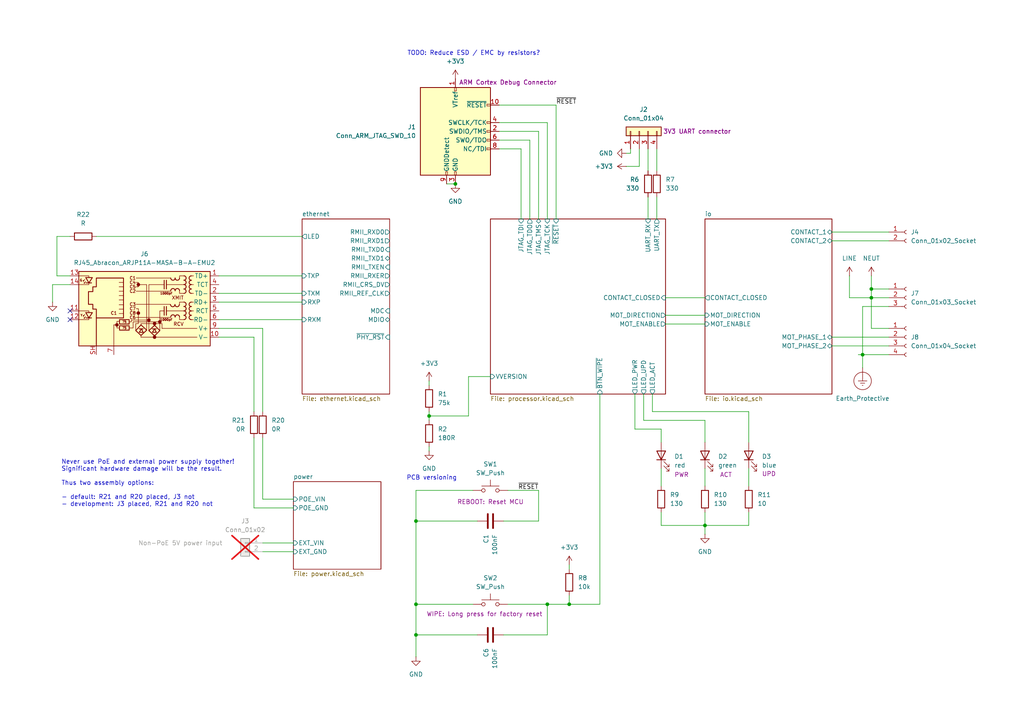
<source format=kicad_sch>
(kicad_sch (version 20250114) (generator "eeschema") (generator_version "9.0")
  (paper "A4")
  (title_block (title "iot-contact"))
  (lib_symbols
    (symbol "Connector:Conn_01x02_Socket" (pin_names (offset 1.016) (hide yes))
      (property "Reference" "J" (at 0 2.54 0))
      (property "Value" "Conn_01x02_Socket" (at 0 -5.08 0))
      (symbol "Conn_01x02_Socket_1_1"
        (polyline (pts (xy -1.27 0) (xy -0.508 0)) (stroke (width 0.1524)))
        (polyline (pts (xy -1.27 -2.54) (xy -0.508 -2.54)) (stroke (width 0.1524)))
        (arc (start 0 -0.508) (mid -0.5058 0) (end 0 0.508) (stroke (width 0.1524)))
        (arc (start 0 -3.048) (mid -0.5058 -2.54) (end 0 -2.032) (stroke (width 0.1524)))
        (pin passive line (at -5.08 0 0) (length 3.81) (name "Pin_1") (number "1"))
        (pin passive line (at -5.08 -2.54 0) (length 3.81) (name "Pin_2") (number "2"))
      )
    )
    (symbol "Connector:Conn_01x03_Socket" (pin_names (offset 1.016) (hide yes))
      (property "Reference" "J" (at 0 5.08 0))
      (property "Value" "Conn_01x03_Socket" (at 0 -5.08 0))
      (symbol "Conn_01x03_Socket_1_1"
        (polyline (pts (xy -1.27 2.54) (xy -0.508 2.54)) (stroke (width 0.1524)))
        (polyline (pts (xy -1.27 0) (xy -0.508 0)) (stroke (width 0.1524)))
        (polyline (pts (xy -1.27 -2.54) (xy -0.508 -2.54)) (stroke (width 0.1524)))
        (arc (start 0 2.032) (mid -0.5058 2.54) (end 0 3.048) (stroke (width 0.1524)))
        (arc (start 0 -0.508) (mid -0.5058 0) (end 0 0.508) (stroke (width 0.1524)))
        (arc (start 0 -3.048) (mid -0.5058 -2.54) (end 0 -2.032) (stroke (width 0.1524)))
        (pin passive line (at -5.08 2.54 0) (length 3.81) (name "Pin_1") (number "1"))
        (pin passive line (at -5.08 0 0) (length 3.81) (name "Pin_2") (number "2"))
        (pin passive line (at -5.08 -2.54 0) (length 3.81) (name "Pin_3") (number "3"))
      )
    )
    (symbol "Connector:Conn_01x04_Socket" (pin_names (offset 1.016) (hide yes))
      (property "Reference" "J" (at 0 5.08 0))
      (property "Value" "Conn_01x04_Socket" (at 0 -7.62 0))
      (symbol "Conn_01x04_Socket_1_1"
        (polyline (pts (xy -1.27 2.54) (xy -0.508 2.54)) (stroke (width 0.1524)))
        (polyline (pts (xy -1.27 0) (xy -0.508 0)) (stroke (width 0.1524)))
        (polyline (pts (xy -1.27 -2.54) (xy -0.508 -2.54)) (stroke (width 0.1524)))
        (polyline (pts (xy -1.27 -5.08) (xy -0.508 -5.08)) (stroke (width 0.1524)))
        (arc (start 0 2.032) (mid -0.5058 2.54) (end 0 3.048) (stroke (width 0.1524)))
        (arc (start 0 -0.508) (mid -0.5058 0) (end 0 0.508) (stroke (width 0.1524)))
        (arc (start 0 -3.048) (mid -0.5058 -2.54) (end 0 -2.032) (stroke (width 0.1524)))
        (arc (start 0 -5.588) (mid -0.5058 -5.08) (end 0 -4.572) (stroke (width 0.1524)))
        (pin passive line (at -5.08 2.54 0) (length 3.81) (name "Pin_1") (number "1"))
        (pin passive line (at -5.08 0 0) (length 3.81) (name "Pin_2") (number "2"))
        (pin passive line (at -5.08 -2.54 0) (length 3.81) (name "Pin_3") (number "3"))
        (pin passive line (at -5.08 -5.08 0) (length 3.81) (name "Pin_4") (number "4"))
      )
    )
    (symbol "Connector:Conn_ARM_JTAG_SWD_10" (pin_names (offset 1.016))
      (property "Reference" "J" (at -2.54 16.51 0))
      (property "Value" "Conn_ARM_JTAG_SWD_10" (at -2.54 13.97 0))
      (symbol "Conn_ARM_JTAG_SWD_10_0_1"
        (rectangle (start -10.16 12.7) (end 10.16 -12.7) (stroke (width 0.254)) (fill (type background)))
        (rectangle (start -2.794 -12.7) (end -2.286 -11.684))
        (rectangle (start -0.254 12.7) (end 0.254 11.684))
        (rectangle (start -0.254 -12.7) (end 0.254 -11.684))
        (rectangle (start 9.144 2.286) (end 10.16 2.794))
        (rectangle (start 10.16 7.874) (end 9.144 7.366))
        (rectangle (start 10.16 -0.254) (end 9.144 0.254))
        (rectangle (start 10.16 -2.794) (end 9.144 -2.286))
      )
      (symbol "Conn_ARM_JTAG_SWD_10_1_1"
        (rectangle (start 9.144 -5.334) (end 10.16 -4.826))
        (pin no_connect line (at -10.16 0 0) (length 2.54) (hide yes) (name "KEY") (number "7"))
        (pin passive line (at -2.54 -15.24 90) (length 2.54) (name "GNDDetect") (number "9"))
        (pin power_in line (at 0 15.24 270) (length 2.54) (name "VTref") (number "1"))
        (pin power_in line (at 0 -15.24 90) (length 2.54) (name "GND") (number "3"))
        (pin passive line (at 0 -15.24 90) (length 2.54) (hide yes) (name "GND") (number "5"))
        (pin open_collector line (at 12.7 7.62 180) (length 2.54) (name "~{RESET}") (number "10"))
        (pin output line (at 12.7 2.54 180) (length 2.54) (name "SWCLK/TCK") (number "4"))
        (pin bidirectional line (at 12.7 0 180) (length 2.54) (name "SWDIO/TMS") (number "2"))
        (pin input line (at 12.7 -2.54 180) (length 2.54) (name "SWO/TDO") (number "6"))
        (pin output line (at 12.7 -5.08 180) (length 2.54) (name "NC/TDI") (number "8"))
      )
    )
    (symbol "Connector:RJ45_Abracon_ARJP11A-MASA-B-A-EMU2"
      (property "Reference" "J" (at 18.415 12.7 0))
      (property "Value" "RJ45_Abracon_ARJP11A-MASA-B-A-EMU2" (at -4.445 12.7 0))
      (symbol "RJ45_Abracon_ARJP11A-MASA-B-A-EMU2_0_0"
        (polyline (pts (xy -5.08 8.89) (xy -5.08 6.35)) (stroke (width 0.254)))
        (polyline (pts (xy -5.08 1.27) (xy -5.08 -1.27)) (stroke (width 0.254)))
        (polyline (pts (xy -4.445 8.89) (xy -4.445 6.35)) (stroke (width 0.254)))
        (polyline (pts (xy -4.445 1.27) (xy -4.445 -1.27)) (stroke (width 0.254)))
        (circle (center -3.175 -3.175) (radius 0.0001) (stroke (width 0.508)))
        (circle (center -1.651 -3.683) (radius 0.0001) (stroke (width 0.508)))
        (circle (center -1.651 -7.62) (radius 0.0001) (stroke (width 0.508)))
        (circle (center 0 -2.667) (radius 0.0001) (stroke (width 0.508)))
        (circle (center 3.048 7.62) (radius 0.0001) (stroke (width 0.508)))
        (circle (center 3.048 -0.635) (radius 0.0001) (stroke (width 0.508)))
        (polyline (pts (xy 3.683 8.255) (xy 3.048 8.255) (xy 3.048 6.985) (xy 3.683 6.985)))
        (polyline (pts (xy 3.683 0.635) (xy 3.048 0.635) (xy 3.048 -0.635) (xy 3.683 -0.635)))
        (polyline (pts (xy 8.636 -4.953) (xy 9.271 -4.953) (xy 9.271 -3.048) (xy 8.636 -3.048)))
        (polyline (pts (xy 9.271 -4.064) (xy 10.16 -4.064)))
        (circle (center 9.271 -4.064) (radius 0.0001) (stroke (width 0.508)))
        (polyline (pts (xy 17.399 9.652) (xy 17.399 10.16) (xy 20.32 10.16)))
        (polyline (pts (xy 17.399 -0.508) (xy 17.399 0) (xy 20.32 0)))
        (polyline (pts (xy 20.32 7.62) (xy 17.399 7.62) (xy 17.399 8.128)))
        (polyline (pts (xy 20.32 -2.54) (xy 17.399 -2.54) (xy 17.399 -2.032)))
        (text "XMIT" (at -10.16 3.81 0) (effects (font (size 1.016 1.016)) (justify left)))
        (text "RCV" (at -10.16 -3.81 0) (effects (font (size 1.016 1.016)) (justify left)))
        (text "C1" (at 4.699 9.525 0) (effects (font (size 0.889 0.889))))
        (text "C4" (at 4.699 8.255 0) (effects (font (size 0.889 0.889))))
        (text "C5" (at 4.699 6.985 0) (effects (font (size 0.889 0.889))))
        (text "C2" (at 4.699 5.715 0) (effects (font (size 0.889 0.889))))
        (text "C3" (at 4.699 1.905 0) (effects (font (size 0.889 0.889))))
        (text "C7" (at 4.699 0.635 0) (effects (font (size 0.889 0.889))))
        (text "C8" (at 4.699 -0.635 0) (effects (font (size 0.889 0.889))))
        (text "C6" (at 4.699 -1.905 0) (effects (font (size 0.889 0.889))))
        (text "C1" (at 10.16 -0.635 0) (effects (font (size 0.889 0.889))))
      )
      (symbol "RJ45_Abracon_ARJP11A-MASA-B-A-EMU2_0_1"
        (rectangle (start -17.78 11.43) (end 20.32 -10.16) (stroke (width 0.254)) (fill (type background)))
        (polyline (pts (xy -12.3163 10.16) (xy -12.9513 10.16)))
        (polyline (pts (xy -12.3163 7.62) (xy -12.9513 7.62)))
        (polyline (pts (xy -12.3163 5.08) (xy -12.9513 5.08)))
        (polyline (pts (xy -12.3163 2.54) (xy -12.9513 2.54)))
        (polyline (pts (xy -12.3163 0) (xy -12.9513 0)))
        (polyline (pts (xy -12.3163 -2.54) (xy -12.9513 -2.54)))
        (polyline (pts (xy -10.16 10.16) (xy -8.89 10.16) (xy -8.89 9.525)))
        (polyline (pts (xy -10.16 2.54) (xy -8.89 2.54) (xy -8.89 1.905)))
        (polyline (pts (xy -8.89 5.715) (xy -8.89 5.08) (xy -10.16 5.08)))
        (polyline (pts (xy -8.89 -1.905) (xy -8.89 -2.54) (xy -10.16 -2.54)))
        (polyline (pts (xy -6.35 9.525) (xy 3.683 9.525)))
        (polyline (pts (xy -6.35 5.715) (xy 3.683 5.715)))
        (polyline (pts (xy -6.35 -1.905) (xy 3.683 -1.905)))
        (polyline (pts (xy -6.223 1.905) (xy 3.683 1.905)))
        (polyline (pts (xy -5.08 7.62) (xy -10.16 7.62)))
        (polyline (pts (xy -5.08 0) (xy -10.16 0)))
        (polyline (pts (xy -4.445 7.62) (xy 0 7.62) (xy 0 -5.715)))
        (polyline (pts (xy -4.445 0) (xy -3.175 0) (xy -3.175 -5.715)))
        (polyline (pts (xy 7.366 5.715) (xy 8.636 5.715)))
        (polyline (pts (xy 7.366 4.445) (xy 8.636 4.445)))
        (polyline (pts (xy 7.366 3.175) (xy 8.636 3.175)))
        (polyline (pts (xy 7.366 1.778) (xy 8.636 1.778)))
        (polyline (pts (xy 7.366 0.508) (xy 8.636 0.508)))
        (polyline (pts (xy 8.636 8.255) (xy 7.366 8.255)))
        (polyline (pts (xy 8.636 6.985) (xy 7.366 6.985)))
        (polyline (pts (xy 8.636 -0.762) (xy 7.366 -0.762)))
      )
      (symbol "RJ45_Abracon_ARJP11A-MASA-B-A-EMU2_1_0"
        (text "1000pF" (at -5.08 5.08 0) (effects (font (size 0.635 0.635))))
        (text "1000pF" (at -5.08 -2.54 0) (effects (font (size 0.635 0.635))))
      )
      (symbol "RJ45_Abracon_ARJP11A-MASA-B-A-EMU2_1_1"
        (polyline (pts (xy -13.97 -5.08) (xy -3.81 -5.08)))
        (polyline (pts (xy -13.97 -7.62) (xy 2.286 -7.62)))
        (arc (start -12.3163 2.54) (mid -11.684 1.905) (end -12.3163 1.27) (stroke (width 0.254)))
        (arc (start -12.3136 10.16) (mid -11.6813 9.525) (end -12.3136 8.89) (stroke (width 0.254)))
        (arc (start -12.3136 1.27) (mid -11.6813 0.635) (end -12.3136 0) (stroke (width 0.254)))
        (arc (start -12.3136 0) (mid -11.6813 -0.635) (end -12.3136 -1.27) (stroke (width 0.254)))
        (arc (start -12.3136 -1.27) (mid -11.6813 -1.905) (end -12.3136 -2.54) (stroke (width 0.254)))
        (arc (start -12.3109 8.89) (mid -11.6786 8.255) (end -12.3109 7.62) (stroke (width 0.254)))
        (arc (start -12.3109 7.62) (mid -11.6786 6.985) (end -12.3109 6.35) (stroke (width 0.254)))
        (arc (start -12.3109 6.35) (mid -11.6786 5.715) (end -12.3109 5.08) (stroke (width 0.254)))
        (arc (start -10.1654 8.89) (mid -10.7977 9.525) (end -10.1654 10.16) (stroke (width 0.254)))
        (arc (start -10.1654 7.62) (mid -10.7977 8.255) (end -10.1654 8.89) (stroke (width 0.254)))
        (arc (start -10.1654 6.35) (mid -10.7977 6.985) (end -10.1654 7.62) (stroke (width 0.254)))
        (arc (start -10.1654 1.27) (mid -10.7977 1.905) (end -10.1654 2.54) (stroke (width 0.254)))
        (arc (start -10.1654 0) (mid -10.7977 0.635) (end -10.1654 1.27) (stroke (width 0.254)))
        (arc (start -10.1654 -1.27) (mid -10.7977 -0.635) (end -10.1654 0) (stroke (width 0.254)))
        (arc (start -10.1627 5.08) (mid -10.795 5.715) (end -10.1627 6.35) (stroke (width 0.254)))
        (arc (start -10.1627 -2.54) (mid -10.795 -1.905) (end -10.1627 -1.27) (stroke (width 0.254)))
        (arc (start -7.62 9.5223) (mid -8.255 8.89) (end -8.89 9.5223) (stroke (width 0.254)))
        (arc (start -8.89 5.8447) (mid -8.255 6.477) (end -7.62 5.8447) (stroke (width 0.254)))
        (arc (start -8.89 -1.7753) (mid -8.255 -1.143) (end -7.62 -1.7753) (stroke (width 0.254)))
        (arc (start -7.5565 1.8388) (mid -8.1915 1.2065) (end -8.8265 1.8388) (stroke (width 0.254)))
        (arc (start -6.35 9.525) (mid -6.985 8.8927) (end -7.62 9.525) (stroke (width 0.254)))
        (arc (start -7.62 5.8474) (mid -6.985 6.4797) (end -6.35 5.8474) (stroke (width 0.254)))
        (arc (start -7.62 -1.7726) (mid -6.985 -1.1403) (end -6.35 -1.7726) (stroke (width 0.254)))
        (arc (start -6.2865 1.8415) (mid -6.9215 1.2092) (end -7.5565 1.8415) (stroke (width 0.254)))
        (polyline (pts (xy -3.81 -5.08) (xy -3.81 -3.683) (xy -1.651 -3.683)))
        (polyline (pts (xy -2.159 -5.207) (xy -1.016 -5.207)) (stroke (width 0.254)))
        (polyline (pts (xy -2.159 -6.223) (xy -1.016 -6.223) (xy -1.651 -5.207) (xy -2.159 -6.223)) (stroke (width 0.254)))
        (polyline (pts (xy -1.905 -3.683) (xy -1.651 -3.683) (xy -1.651 -4.191)))
        (polyline (pts (xy -1.651 -3.683) (xy 2.286 -3.683) (xy 2.286 -4.064)))
        (polyline (pts (xy -1.651 -4.191) (xy -3.175 -5.715) (xy -1.651 -7.239) (xy 0 -5.715) (xy -1.651 -4.191)) (stroke (width 0.254)))
        (polyline (pts (xy -1.651 -7.239) (xy -1.651 -7.493)))
        (polyline (pts (xy 1.651 -5.207) (xy 2.794 -5.207)) (stroke (width 0.254)))
        (polyline (pts (xy 1.651 -6.223) (xy 2.794 -6.223) (xy 2.159 -5.207) (xy 1.651 -6.223)) (stroke (width 0.254)))
        (polyline (pts (xy 2.286 -4.064) (xy 0.635 -5.588) (xy 2.286 -7.112) (xy 3.81 -5.715) (xy 2.286 -4.064)) (stroke (width 0.254)))
        (polyline (pts (xy 2.286 -7.112) (xy 2.286 -7.62)))
        (polyline (pts (xy 3.048 7.62) (xy 0.635 7.62) (xy 0.635 -5.588)))
        (polyline (pts (xy 3.048 -0.508) (xy 3.048 -3.683) (xy 3.81 -3.683) (xy 3.81 -5.715)))
        (polyline (pts (xy 5.715 -3.175) (xy 5.08 -3.175) (xy 5.08 -2.667) (xy 0 -2.667)))
        (polyline (pts (xy 5.715 -4.953) (xy 4.572 -4.953) (xy 4.572 -3.175) (xy -3.175 -3.175)))
        (polyline (pts (xy 7.366 -2.032) (xy 7.366 9.525) (xy 15.24 9.525) (xy 15.24 6.985) (xy 16.256 6.985) (xy 16.256 5.588) (xy 17.526 5.588) (xy 17.526 1.905) (xy 16.256 1.905) (xy 16.256 0.508) (xy 15.24 0.508) (xy 15.24 -2.032) (xy 7.366 -2.032)) (stroke (width 0.254)))
        (rectangle (start 8.509 -3.81) (end 5.715 -2.54) (stroke (width 0.254)))
        (rectangle (start 8.509 -5.588) (end 5.715 -4.318) (stroke (width 0.254)))
        (polyline (pts (xy 10.16 -4.064) (xy 10.16 -10.16)))
        (polyline (pts (xy 15.24 -10.16) (xy 15.24 -2.032)) (stroke (width 0.254)))
        (polyline (pts (xy 18.161 8.128) (xy 16.637 8.128)) (stroke (width 0.254)))
        (polyline (pts (xy 18.161 -2.032) (xy 16.637 -2.032)) (stroke (width 0.254)))
        (polyline (pts (xy 18.288 9.652) (xy 16.383 9.652) (xy 17.399 8.128) (xy 18.288 9.652)) (stroke (width 0.254)))
        (polyline (pts (xy 18.288 8.509) (xy 18.796 8.001) (xy 18.542 8.001)))
        (polyline (pts (xy 18.288 -0.508) (xy 16.383 -0.508) (xy 17.399 -2.032) (xy 18.288 -0.508)) (stroke (width 0.254)))
        (polyline (pts (xy 18.288 -1.651) (xy 18.796 -2.159) (xy 18.542 -2.159)))
        (polyline (pts (xy 18.542 9.144) (xy 19.05 8.636) (xy 18.796 8.636)))
        (polyline (pts (xy 18.542 -1.016) (xy 19.05 -1.524) (xy 18.796 -1.524)))
        (polyline (pts (xy 18.796 8.001) (xy 18.796 8.255)))
        (polyline (pts (xy 18.796 -2.159) (xy 18.796 -1.905)))
        (polyline (pts (xy 19.05 8.636) (xy 19.05 8.89)))
        (polyline (pts (xy 19.05 -1.524) (xy 19.05 -1.27)))
        (text "75" (at 7.112 -3.175 0) (effects (font (size 0.635 0.635))))
        (text "75" (at 7.112 -4.953 0) (effects (font (size 0.635 0.635))))
        (text "Y" (at 19.558 -1.27 0) (effects (font (size 0.635 0.635))))
        (text "G" (at 19.685 8.89 0) (effects (font (size 0.635 0.635))))
        (pin passive line (at -20.32 10.16 0) (length 2.54) (name "TD+") (number "1"))
        (pin passive line (at -20.32 7.62 0) (length 2.54) (name "TCT") (number "4"))
        (pin passive line (at -20.32 5.08 0) (length 2.54) (name "TD-") (number "2"))
        (pin passive line (at -20.32 2.54 0) (length 2.54) (name "RD+") (number "3"))
        (pin passive line (at -20.32 0 0) (length 2.54) (name "RCT") (number "5"))
        (pin passive line (at -20.32 -2.54 0) (length 2.54) (name "RD-") (number "6"))
        (pin power_out line (at -20.32 -5.08 0) (length 2.54) (name "V+") (number "9"))
        (pin power_out line (at -20.32 -7.62 0) (length 2.54) (name "V-") (number "10"))
        (pin power_in line (at 10.16 -12.7 90) (length 2.54) (name "") (number "7"))
        (pin passive line (at 15.24 -12.7 90) (length 2.54) (name "") (number "SH"))
        (pin no_connect line (at 20.32 5.08 0) (length 0) (hide yes) (name "NC") (number "8"))
        (pin passive line (at 22.86 10.16 180) (length 2.54) (name "") (number "13"))
        (pin passive line (at 22.86 7.62 180) (length 2.54) (name "") (number "14"))
        (pin passive line (at 22.86 0 180) (length 2.54) (name "") (number "11"))
        (pin passive line (at 22.86 -2.54 180) (length 2.54) (name "") (number "12"))
      )
    )
    (symbol "Connector_Generic:Conn_01x02" (pin_names (offset 1.016) (hide yes))
      (property "Reference" "J" (at 0 2.54 0))
      (property "Value" "Conn_01x02" (at 0 -5.08 0))
      (symbol "Conn_01x02_1_1"
        (rectangle (start -1.27 1.27) (end 1.27 -3.81) (stroke (width 0.254)) (fill (type background)))
        (rectangle (start -1.27 0.127) (end 0 -0.127) (stroke (width 0.1524)))
        (rectangle (start -1.27 -2.413) (end 0 -2.667) (stroke (width 0.1524)))
        (pin passive line (at -5.08 0 0) (length 3.81) (name "Pin_1") (number "1"))
        (pin passive line (at -5.08 -2.54 0) (length 3.81) (name "Pin_2") (number "2"))
      )
    )
    (symbol "Connector_Generic:Conn_01x04" (pin_names (offset 1.016) (hide yes))
      (property "Reference" "J" (at 0 5.08 0))
      (property "Value" "Conn_01x04" (at 0 -7.62 0))
      (symbol "Conn_01x04_1_1"
        (rectangle (start -1.27 3.81) (end 1.27 -6.35) (stroke (width 0.254)) (fill (type background)))
        (rectangle (start -1.27 2.667) (end 0 2.413) (stroke (width 0.1524)))
        (rectangle (start -1.27 0.127) (end 0 -0.127) (stroke (width 0.1524)))
        (rectangle (start -1.27 -2.413) (end 0 -2.667) (stroke (width 0.1524)))
        (rectangle (start -1.27 -4.953) (end 0 -5.207) (stroke (width 0.1524)))
        (pin passive line (at -5.08 2.54 0) (length 3.81) (name "Pin_1") (number "1"))
        (pin passive line (at -5.08 0 0) (length 3.81) (name "Pin_2") (number "2"))
        (pin passive line (at -5.08 -2.54 0) (length 3.81) (name "Pin_3") (number "3"))
        (pin passive line (at -5.08 -5.08 0) (length 3.81) (name "Pin_4") (number "4"))
      )
    )
    (symbol "Device:C" (pin_numbers (hide yes)) (pin_names (offset 0.254))
      (property "Reference" "C" (at 0.635 2.54 0))
      (property "Value" "C" (at 0.635 -2.54 0))
      (symbol "C_0_1"
        (polyline (pts (xy -2.032 0.762) (xy 2.032 0.762)) (stroke (width 0.508)))
        (polyline (pts (xy -2.032 -0.762) (xy 2.032 -0.762)) (stroke (width 0.508)))
      )
      (symbol "C_1_1"
        (pin passive line (at 0 3.81 270) (length 2.794) (name "~") (number "1"))
        (pin passive line (at 0 -3.81 90) (length 2.794) (name "~") (number "2"))
      )
    )
    (symbol "Device:LED" (pin_numbers (hide yes)) (pin_names (offset 1.016) (hide yes))
      (property "Reference" "D" (at 0 2.54 0))
      (property "Value" "LED" (at 0 -2.54 0))
      (symbol "LED_0_1"
        (polyline (pts (xy -3.048 -0.762) (xy -4.572 -2.286) (xy -3.81 -2.286) (xy -4.572 -2.286) (xy -4.572 -1.524)))
        (polyline (pts (xy -1.778 -0.762) (xy -3.302 -2.286) (xy -2.54 -2.286) (xy -3.302 -2.286) (xy -3.302 -1.524)))
        (polyline (pts (xy -1.27 0) (xy 1.27 0)))
        (polyline (pts (xy -1.27 -1.27) (xy -1.27 1.27)) (stroke (width 0.254)))
        (polyline (pts (xy 1.27 -1.27) (xy 1.27 1.27) (xy -1.27 0) (xy 1.27 -1.27)) (stroke (width 0.254)))
      )
      (symbol "LED_1_1"
        (pin passive line (at -3.81 0 0) (length 2.54) (name "K") (number "1"))
        (pin passive line (at 3.81 0 180) (length 2.54) (name "A") (number "2"))
      )
    )
    (symbol "Device:R" (pin_numbers (hide yes)) (pin_names (offset 0))
      (property "Reference" "R" (at 2.032 0 90))
      (property "Value" "R" (at 0 0 90))
      (symbol "R_0_1"
        (rectangle (start -1.016 -2.54) (end 1.016 2.54) (stroke (width 0.254)))
      )
      (symbol "R_1_1"
        (pin passive line (at 0 3.81 270) (length 1.27) (name "~") (number "1"))
        (pin passive line (at 0 -3.81 90) (length 1.27) (name "~") (number "2"))
      )
    )
    (symbol "Switch:SW_Push" (pin_numbers (hide yes)) (pin_names (offset 1.016) (hide yes))
      (property "Reference" "SW" (at 1.27 2.54 0))
      (property "Value" "SW_Push" (at 0 -1.524 0))
      (symbol "SW_Push_0_1"
        (circle (center -2.032 0) (radius 0.508))
        (polyline (pts (xy 0 1.27) (xy 0 3.048)))
        (circle (center 2.032 0) (radius 0.508))
        (polyline (pts (xy 2.54 1.27) (xy -2.54 1.27)))
        (pin passive line (at -5.08 0 0) (length 2.54) (name "1") (number "1"))
        (pin passive line (at 5.08 0 180) (length 2.54) (name "2") (number "2"))
      )
    )
    (symbol "power:+3V3" (power) (pin_numbers (hide yes)) (pin_names (offset 0) (hide yes))
      (property "Value" "+3V3" (at 0 3.556 0))
      (symbol "+3V3_0_1"
        (polyline (pts (xy -0.762 1.27) (xy 0 2.54)))
        (polyline (pts (xy 0 2.54) (xy 0.762 1.27)))
        (polyline (pts (xy 0 0) (xy 0 2.54)))
      )
      (symbol "+3V3_1_1"
        (pin power_in line (at 0 0 90) (length 0) (name "~") (number "1"))
      )
    )
    (symbol "power:Earth_Protective" (power) (pin_numbers (hide yes)) (pin_names (offset 0) (hide yes))
      (property "Value" "Earth_Protective" (at 0 -7.62 0))
      (symbol "Earth_Protective_0_1"
        (polyline (pts (xy -0.635 -4.445) (xy 0.635 -4.445)))
        (polyline (pts (xy -0.127 -5.08) (xy 0.127 -5.08)))
        (polyline (pts (xy 0 -3.81) (xy 0 0)))
        (circle (center 0 -3.81) (radius 2.54))
        (polyline (pts (xy 1.27 -3.81) (xy -1.27 -3.81)))
      )
      (symbol "Earth_Protective_1_1"
        (pin power_in line (at 0 0 270) (length 0) (name "~") (number "1"))
      )
    )
    (symbol "power:GND" (power) (pin_numbers (hide yes)) (pin_names (offset 0) (hide yes))
      (property "Value" "GND" (at 0 -3.81 0))
      (symbol "GND_0_1"
        (polyline (pts (xy 0 0) (xy 0 -1.27) (xy 1.27 -1.27) (xy 0 -2.54) (xy -1.27 -1.27) (xy 0 -1.27)))
      )
      (symbol "GND_1_1"
        (pin power_in line (at 0 0 270) (length 0) (name "~") (number "1"))
      )
    )
    (symbol "power:LINE" (power) (pin_numbers (hide yes)) (pin_names (offset 0) (hide yes))
      (property "Value" "LINE" (at 0 3.556 0))
      (symbol "LINE_0_1"
        (polyline (pts (xy -0.762 1.27) (xy 0 2.54)))
        (polyline (pts (xy 0 2.54) (xy 0.762 1.27)))
        (polyline (pts (xy 0 0) (xy 0 2.54)))
      )
      (symbol "LINE_1_1"
        (pin power_in line (at 0 0 90) (length 0) (name "~") (number "1"))
      )
    )
    (symbol "power:NEUT" (power) (pin_numbers (hide yes)) (pin_names (offset 0) (hide yes))
      (property "Value" "NEUT" (at 0 3.556 0))
      (symbol "NEUT_0_1"
        (polyline (pts (xy -0.762 1.27) (xy 0 2.54)))
        (polyline (pts (xy 0 2.54) (xy 0.762 1.27)))
        (polyline (pts (xy 0 0) (xy 0 2.54)))
      )
      (symbol "NEUT_1_1"
        (pin power_in line (at 0 0 90) (length 0) (name "~") (number "1"))
      )
    )
  )
  (text "Never use PoE and external power supply together!\nSignificant hardware damage will be the result.\n\nThus two assembly options:\n\n- default: R21 and R20 placed, J3 not\n- development: J3 placed, R21 and R20 not" (at 17.78 140.208 0) (effects (font (size 1.27 1.27)) (justify left)))
  (text "PCB versioning" (at 125.222 138.684 0) (effects (font (size 1.27 1.27))))
  (text "TODO: Reduce ESD / EMC by resistors?" (at 137.414 15.494 0) (effects (font (size 1.27 1.27))))
  (junction (at 120.65 184.15))
  (junction (at 250.19 102.87))
  (junction (at 120.65 175.26))
  (junction (at 204.47 152.4))
  (junction (at 165.1 175.26))
  (junction (at 120.65 151.13))
  (junction (at 158.75 175.26))
  (junction (at 252.73 86.36))
  (junction (at 124.46 120.65))
  (junction (at 252.73 83.82))
  (junction (at 132.08 53.34))
  (no_connect (at 20.32 90.17))
  (no_connect (at 20.32 92.71))
  (wire (pts (xy 204.47 152.4) (xy 204.47 154.94)))
  (wire (pts (xy 153.67 40.64) (xy 153.67 63.5)))
  (wire (pts (xy 190.5 57.15) (xy 190.5 63.5)))
  (wire (pts (xy 120.65 175.26) (xy 137.16 175.26)))
  (wire (pts (xy 120.65 175.26) (xy 120.65 184.15)))
  (wire (pts (xy 241.3 97.79) (xy 257.81 97.79)))
  (wire (pts (xy 124.46 119.38) (xy 124.46 120.65)))
  (wire (pts (xy 257.81 95.25) (xy 252.73 95.25)))
  (wire (pts (xy 76.2 127) (xy 76.2 144.78)))
  (wire (pts (xy 250.19 102.87) (xy 248.92 102.87)))
  (wire (pts (xy 241.3 67.31) (xy 257.81 67.31)))
  (wire (pts (xy 146.05 151.13) (xy 156.21 151.13)))
  (wire (pts (xy 185.42 48.26) (xy 181.61 48.26)))
  (wire (pts (xy 158.75 184.15) (xy 158.75 175.26)))
  (wire (pts (xy 252.73 86.36) (xy 257.81 86.36)))
  (wire (pts (xy 147.32 175.26) (xy 158.75 175.26)))
  (wire (pts (xy 191.77 148.59) (xy 191.77 152.4)))
  (wire (pts (xy 252.73 95.25) (xy 252.73 86.36)))
  (wire (pts (xy 20.32 82.55) (xy 15.24 82.55)))
  (wire (pts (xy 144.78 35.56) (xy 158.75 35.56)))
  (wire (pts (xy 165.1 175.26) (xy 158.75 175.26)))
  (wire (pts (xy 193.04 86.36) (xy 204.47 86.36)))
  (wire (pts (xy 144.78 30.48) (xy 161.29 30.48)))
  (wire (pts (xy 246.38 86.36) (xy 252.73 86.36)))
  (wire (pts (xy 161.29 30.48) (xy 161.29 63.5)))
  (wire (pts (xy 16.51 68.58) (xy 16.51 80.01)))
  (wire (pts (xy 173.99 114.3) (xy 173.99 175.26)))
  (wire (pts (xy 27.94 68.58) (xy 87.63 68.58)))
  (wire (pts (xy 120.65 142.24) (xy 120.65 151.13)))
  (wire (pts (xy 191.77 152.4) (xy 204.47 152.4)))
  (wire (pts (xy 241.3 69.85) (xy 257.81 69.85)))
  (wire (pts (xy 129.54 53.34) (xy 132.08 53.34)))
  (wire (pts (xy 16.51 80.01) (xy 20.32 80.01)))
  (wire (pts (xy 189.23 114.3) (xy 189.23 119.38)))
  (wire (pts (xy 144.78 40.64) (xy 153.67 40.64)))
  (wire (pts (xy 73.66 97.79) (xy 73.66 119.38)))
  (wire (pts (xy 181.61 44.45) (xy 182.88 44.45)))
  (wire (pts (xy 252.73 83.82) (xy 257.81 83.82)))
  (wire (pts (xy 187.96 57.15) (xy 187.96 63.5)))
  (wire (pts (xy 63.5 95.25) (xy 76.2 95.25)))
  (wire (pts (xy 124.46 120.65) (xy 124.46 121.92)))
  (wire (pts (xy 135.89 109.22) (xy 142.24 109.22)))
  (wire (pts (xy 120.65 151.13) (xy 120.65 175.26)))
  (wire (pts (xy 124.46 120.65) (xy 135.89 120.65)))
  (wire (pts (xy 124.46 129.54) (xy 124.46 130.81)))
  (wire (pts (xy 63.5 92.71) (xy 87.63 92.71)))
  (wire (pts (xy 184.15 124.46) (xy 184.15 114.3)))
  (wire (pts (xy 250.19 102.87) (xy 250.19 88.9)))
  (wire (pts (xy 185.42 43.18) (xy 185.42 48.26)))
  (wire (pts (xy 252.73 83.82) (xy 252.73 86.36)))
  (wire (pts (xy 217.17 135.89) (xy 217.17 140.97)))
  (wire (pts (xy 144.78 43.18) (xy 151.13 43.18)))
  (wire (pts (xy 120.65 151.13) (xy 138.43 151.13)))
  (wire (pts (xy 165.1 163.83) (xy 165.1 165.1)))
  (wire (pts (xy 187.96 43.18) (xy 187.96 49.53)))
  (wire (pts (xy 165.1 172.72) (xy 165.1 175.26)))
  (wire (pts (xy 124.46 110.49) (xy 124.46 111.76)))
  (wire (pts (xy 182.88 44.45) (xy 182.88 43.18)))
  (wire (pts (xy 120.65 184.15) (xy 120.65 190.5)))
  (wire (pts (xy 76.2 160.02) (xy 85.09 160.02)))
  (wire (pts (xy 156.21 38.1) (xy 156.21 63.5)))
  (wire (pts (xy 73.66 127) (xy 73.66 147.32)))
  (wire (pts (xy 189.23 119.38) (xy 217.17 119.38)))
  (wire (pts (xy 63.5 97.79) (xy 73.66 97.79)))
  (wire (pts (xy 190.5 43.18) (xy 190.5 49.53)))
  (wire (pts (xy 193.04 91.44) (xy 204.47 91.44)))
  (wire (pts (xy 217.17 152.4) (xy 204.47 152.4)))
  (wire (pts (xy 76.2 144.78) (xy 85.09 144.78)))
  (wire (pts (xy 173.99 175.26) (xy 165.1 175.26)))
  (wire (pts (xy 158.75 35.56) (xy 158.75 63.5)))
  (wire (pts (xy 246.38 80.01) (xy 246.38 86.36)))
  (wire (pts (xy 186.69 114.3) (xy 186.69 121.92)))
  (wire (pts (xy 63.5 80.01) (xy 87.63 80.01)))
  (wire (pts (xy 250.19 102.87) (xy 257.81 102.87)))
  (wire (pts (xy 250.19 106.68) (xy 250.19 102.87)))
  (wire (pts (xy 144.78 38.1) (xy 156.21 38.1)))
  (wire (pts (xy 250.19 88.9) (xy 257.81 88.9)))
  (wire (pts (xy 191.77 124.46) (xy 191.77 128.27)))
  (wire (pts (xy 204.47 135.89) (xy 204.47 140.97)))
  (wire (pts (xy 204.47 121.92) (xy 204.47 128.27)))
  (wire (pts (xy 252.73 80.01) (xy 252.73 83.82)))
  (wire (pts (xy 151.13 43.18) (xy 151.13 63.5)))
  (wire (pts (xy 186.69 121.92) (xy 204.47 121.92)))
  (wire (pts (xy 76.2 157.48) (xy 85.09 157.48)))
  (wire (pts (xy 120.65 142.24) (xy 137.16 142.24)))
  (wire (pts (xy 217.17 119.38) (xy 217.17 128.27)))
  (wire (pts (xy 193.04 93.98) (xy 204.47 93.98)))
  (wire (pts (xy 191.77 124.46) (xy 184.15 124.46)))
  (wire (pts (xy 135.89 120.65) (xy 135.89 109.22)))
  (wire (pts (xy 73.66 147.32) (xy 85.09 147.32)))
  (wire (pts (xy 191.77 135.89) (xy 191.77 140.97)))
  (wire (pts (xy 241.3 100.33) (xy 257.81 100.33)))
  (wire (pts (xy 204.47 148.59) (xy 204.47 152.4)))
  (wire (pts (xy 147.32 142.24) (xy 156.21 142.24)))
  (wire (pts (xy 20.32 68.58) (xy 16.51 68.58)))
  (wire (pts (xy 146.05 184.15) (xy 158.75 184.15)))
  (wire (pts (xy 15.24 82.55) (xy 15.24 87.63)))
  (wire (pts (xy 76.2 95.25) (xy 76.2 119.38)))
  (wire (pts (xy 217.17 148.59) (xy 217.17 152.4)))
  (wire (pts (xy 138.43 184.15) (xy 120.65 184.15)))
  (wire (pts (xy 63.5 85.09) (xy 87.63 85.09)))
  (wire (pts (xy 156.21 151.13) (xy 156.21 142.24)))
  (wire (pts (xy 63.5 87.63) (xy 87.63 87.63)))
  (label "~{RESET}" (at 161.29 30.48 0))
  (label "~{RESET}" (at 156.21 142.24 180))
  (symbol (lib_id "Device:R") (at 217.17 144.78 0) (unit 1)
    (property "Reference" "R11" (at 219.71 143.5099 0) (effects (justify left)))
    (property "Value" "10" (at 219.71 146.0499 0) (effects (justify left)))
    (property "Description" "Resistor" (effects (hide yes)))
  )
  (symbol (lib_id "Connector:RJ45_Abracon_ARJP11A-MASA-B-A-EMU2") (at 43.18 90.17 0) (mirror y) (unit 1)
    (property "Reference" "J6" (at 41.91 73.66 0))
    (property "Value" "RJ45_Abracon_ARJP11A-MASA-B-A-EMU2" (at 41.91 76.2 0))
    (property "Footprint" "Connector_RJ:RJ45_Abracon_ARJP11A-MA_Horizontal" (effects (hide yes)))
    (property "Datasheet" "https://abracon.com/Magnetics/lan/ARJP11A.PDF" (effects (hide yes)))
    (property "Description" "RJ45 PoE 10/100 Base-TX Jack with Magnetic Module" (effects (hide yes)))
  )
  (symbol (lib_id "Switch:SW_Push") (at 142.24 142.24 0) (mirror y) (unit 1)
    (property "Reference" "SW1" (at 142.24 134.62 0))
    (property "Value" "SW_Push" (at 142.24 137.16 0))
    (property "Footprint" "Button_Switch_SMD:SW_SPST_TL3305B" (effects (hide yes)))
    (property "Datasheet" "https://www.e-switch.com/wp-content/uploads/2024/08/TL3305.pdf" (effects (hide yes)))
    (property "Description" "REBOOT: Reset MCU" (at 132.588 145.542 0) (effects (justify right)))
    (property "MPN" "TL3305BF260QG" (effects (hide yes)))
    (property "Manufacturer" "E-Switch" (effects (hide yes)))
  )
  (symbol (lib_id "Device:R") (at 124.46 125.73 0) (unit 1)
    (property "Reference" "R2" (at 127 124.4599 0) (effects (justify left)))
    (property "Value" "180R" (at 127 126.9999 0) (effects (justify left)))
    (property "Description" "Resistor" (effects (hide yes)))
  )
  (symbol (lib_id "Connector:Conn_01x04_Socket") (at 262.89 97.79 0) (unit 1)
    (property "Reference" "J8" (at 264.16 97.7899 0) (effects (justify left)))
    (property "Value" "Conn_01x04_Socket" (at 264.16 100.3299 0) (effects (justify left)))
    (property "Footprint" "TerminalBlock_WAGO:TerminalBlock_WAGO_236-404_1x04_P5.00mm_45Degree" (effects (hide yes)))
    (property "Description" "Generic connector, single row, 01x04, script generated" (effects (hide yes)))
  )
  (symbol (lib_id "Device:R") (at 76.2 123.19 0) (unit 1)
    (property "Reference" "R20" (at 78.74 121.9199 0) (effects (justify left)))
    (property "Value" "0R" (at 78.74 124.4599 0) (effects (justify left)))
    (property "Description" "Resistor" (effects (hide yes)))
  )
  (symbol (lib_id "Device:R") (at 190.5 53.34 0) (unit 1)
    (property "Reference" "R7" (at 193.04 52.0699 0) (effects (justify left)))
    (property "Value" "330" (at 193.04 54.6099 0) (effects (justify left)))
    (property "Description" "Resistor" (effects (hide yes)))
  )
  (symbol (lib_id "Switch:SW_Push") (at 142.24 175.26 0) (mirror y) (unit 1)
    (property "Reference" "SW2" (at 142.24 167.64 0))
    (property "Value" "SW_Push" (at 142.24 170.18 0))
    (property "Footprint" "Button_Switch_SMD:SW_SPST_TL3305B" (effects (hide yes)))
    (property "Datasheet" "https://www.e-switch.com/wp-content/uploads/2024/08/TL3305.pdf" (effects (hide yes)))
    (property "Description" "WIPE: Long press for factory reset" (at 123.698 178.054 0) (effects (justify right)))
    (property "MPN" "TL3305BF260QG" (effects (hide yes)))
    (property "Manufacturer" "E-Switch" (effects (hide yes)))
  )
  (symbol (lib_id "Device:R") (at 124.46 115.57 0) (unit 1)
    (property "Reference" "R1" (at 127 114.2999 0) (effects (justify left)))
    (property "Value" "75k" (at 127 116.8399 0) (effects (justify left)))
    (property "Description" "Resistor" (effects (hide yes)))
  )
  (symbol (lib_id "Device:LED") (at 217.17 132.08 90) (unit 1)
    (property "Reference" "D3" (at 220.98 132.3974 90) (effects (justify right)))
    (property "Value" "blue" (at 220.98 134.9374 90) (effects (justify right)))
    (property "Footprint" "LED_SMD:LED_1206_3216Metric" (effects (hide yes)))
    (property "Datasheet" "https://s3-us-west-2.amazonaws.com/catsy.557/Dialight_CBI_data_598-1206_Apr2018.pdf" (effects (hide yes)))
    (property "Description" "UPD" (at 220.98 137.414 90) (effects (justify right)))
    (property "MPN" "598-8291-107F" (effects (hide yes)))
    (property "Manufacturer" "Dialight" (effects (hide yes)))
  )
  (symbol (lib_id "Connector_Generic:Conn_01x04") (at 185.42 38.1 90) (unit 1)
    (property "Reference" "J2" (at 186.69 31.75 90))
    (property "Value" "Conn_01x04" (at 186.69 34.29 90))
    (property "Footprint" "Connector_PinHeader_2.54mm:PinHeader_1x04_P2.54mm_Vertical" (effects (hide yes)))
    (property "Description" "3V3 UART connector" (at 202.184 38.1 90))
  )
  (symbol (lib_id "Device:R") (at 73.66 123.19 0) (unit 1)
    (property "Reference" "R21" (at 71.12 121.9199 0) (effects (justify right)))
    (property "Value" "0R" (at 71.12 124.4599 0) (effects (justify right)))
    (property "Description" "Resistor" (effects (hide yes)))
  )
  (symbol (lib_id "Connector:Conn_01x03_Socket") (at 262.89 86.36 0) (unit 1)
    (property "Reference" "J7" (at 264.16 85.0899 0) (effects (justify left)))
    (property "Value" "Conn_01x03_Socket" (at 264.16 87.6299 0) (effects (justify left)))
    (property "Footprint" "TerminalBlock_WAGO:TerminalBlock_WAGO_236-403_1x03_P5.00mm_45Degree" (effects (hide yes)))
    (property "Description" "Generic connector, single row, 01x03, script generated" (effects (hide yes)))
  )
  (symbol (lib_id "Device:R") (at 165.1 168.91 0) (unit 1)
    (property "Reference" "R8" (at 167.64 167.6399 0) (effects (justify left)))
    (property "Value" "10k" (at 167.64 170.1799 0) (effects (justify left)))
    (property "Description" "Resistor" (effects (hide yes)))
  )
  (symbol (lib_id "power:NEUT") (at 252.73 80.01 0) (unit 1)
    (property "Reference" "#PWR027" (effects (hide yes)))
    (property "Value" "NEUT" (at 252.73 74.93 0))
    (property "Description" "Power symbol creates a global label with name \"NEUT\"" (effects (hide yes)))
  )
  (symbol (lib_id "Connector:Conn_ARM_JTAG_SWD_10") (at 132.08 38.1 0) (unit 1)
    (property "Reference" "J1" (at 120.65 36.8299 0) (effects (justify right)))
    (property "Value" "Conn_ARM_JTAG_SWD_10" (at 120.65 39.3699 0) (effects (justify right)))
    (property "Datasheet" "https://mm.digikey.com/Volume0/opasdata/d220001/medias/docus/6209/ftsh-1xx-xx-xxx-dv-xxx-xxx-x-xx-mkt.pdf" (effects (hide yes)))
    (property "Description" "ARM Cortex Debug Connector" (at 147.32 23.876 0))
    (property "MPN" "FTSH-105-01-L-DV-007-K-TR" (effects (hide yes)))
    (property "Manufacturer" "samtec" (effects (hide yes)))
  )
  (symbol (lib_id "Connector_Generic:Conn_01x02") (at 71.12 157.48 0) (mirror y) (unit 1) (dnp yes)
    (property "Reference" "J3" (at 71.12 151.13 0))
    (property "Value" "Conn_01x02" (at 71.12 153.67 0))
    (property "Footprint" "Connector_PinHeader_2.54mm:PinHeader_1x02_P2.54mm_Vertical" (effects (hide yes)))
    (property "Description" "Non-PoE 5V power input" (at 52.324 157.48 0))
  )
  (symbol (lib_id "power:GND") (at 120.65 190.5 0) (unit 1)
    (property "Reference" "#PWR04" (effects (hide yes)))
    (property "Value" "GND" (at 120.65 195.58 0))
    (property "Description" "Power symbol creates a global label with name \"GND\" , ground" (effects (hide yes)))
  )
  (symbol (lib_id "power:+3V3") (at 181.61 48.26 90) (unit 1)
    (property "Reference" "#PWR06" (effects (hide yes)))
    (property "Value" "+3V3" (at 177.8 48.2599 90) (effects (justify left)))
    (property "Description" "Power symbol creates a global label with name \"+3V3\"" (effects (hide yes)))
  )
  (symbol (lib_id "power:+3V3") (at 165.1 163.83 0) (unit 1)
    (property "Reference" "#PWR013" (effects (hide yes)))
    (property "Value" "+3V3" (at 165.1 158.75 0))
    (property "Description" "Power symbol creates a global label with name \"+3V3\"" (effects (hide yes)))
  )
  (symbol (lib_id "Device:LED") (at 204.47 132.08 90) (unit 1)
    (property "Reference" "D2" (at 208.28 132.3974 90) (effects (justify right)))
    (property "Value" "green" (at 208.28 134.9374 90) (effects (justify right)))
    (property "Footprint" "LED_SMD:LED_1206_3216Metric" (effects (hide yes)))
    (property "Datasheet" "https://s3-us-west-2.amazonaws.com/catsy.557/Dialight_CBI_data_598-1206_Apr2018.pdf" (effects (hide yes)))
    (property "Description" "ACT" (at 208.788 137.668 90) (effects (justify right)))
    (property "MPN" "598-8270-107F" (effects (hide yes)))
    (property "Manufacturer" "Dialight" (effects (hide yes)))
  )
  (symbol (lib_id "Device:R") (at 191.77 144.78 0) (unit 1)
    (property "Reference" "R9" (at 194.31 143.5099 0) (effects (justify left)))
    (property "Value" "130" (at 194.31 146.0499 0) (effects (justify left)))
    (property "Description" "Resistor" (effects (hide yes)))
  )
  (symbol (lib_id "Device:R") (at 187.96 53.34 0) (mirror y) (unit 1)
    (property "Reference" "R6" (at 185.42 52.0699 0) (effects (justify left)))
    (property "Value" "330" (at 185.42 54.6099 0) (effects (justify left)))
    (property "Description" "Resistor" (effects (hide yes)))
  )
  (symbol (lib_id "power:GND") (at 132.08 53.34 0) (unit 1)
    (property "Reference" "#PWR02" (effects (hide yes)))
    (property "Value" "GND" (at 132.08 58.42 0))
    (property "Description" "Power symbol creates a global label with name \"GND\" , ground" (effects (hide yes)))
  )
  (symbol (lib_id "power:+3V3") (at 124.46 110.49 0) (unit 1)
    (property "Reference" "#PWR09" (effects (hide yes)))
    (property "Value" "+3V3" (at 124.46 105.41 0))
    (property "Description" "Power symbol creates a global label with name \"+3V3\"" (effects (hide yes)))
  )
  (symbol (lib_id "power:GND") (at 204.47 154.94 0) (unit 1)
    (property "Reference" "#PWR03" (effects (hide yes)))
    (property "Value" "GND" (at 204.47 160.02 0))
    (property "Description" "Power symbol creates a global label with name \"GND\" , ground" (effects (hide yes)))
  )
  (symbol (lib_id "power:Earth_Protective") (at 250.19 106.68 0) (unit 1)
    (property "Reference" "#PWR028" (effects (hide yes)))
    (property "Value" "Earth_Protective" (at 250.19 115.57 0))
    (property "Description" "Power symbol creates a global label with name \"Earth_Protective\"" (effects (hide yes)))
  )
  (symbol (lib_id "Connector:Conn_01x02_Socket") (at 262.89 67.31 0) (unit 1)
    (property "Reference" "J4" (at 264.16 67.3099 0) (effects (justify left)))
    (property "Value" "Conn_01x02_Socket" (at 264.16 69.8499 0) (effects (justify left)))
    (property "Footprint" "TerminalBlock_WAGO:TerminalBlock_WAGO_236-402_1x02_P5.00mm_45Degree" (effects (hide yes)))
    (property "Description" "Generic connector, single row, 01x02, script generated" (effects (hide yes)))
  )
  (symbol (lib_id "power:GND") (at 181.61 44.45 270) (unit 1)
    (property "Reference" "#PWR05" (effects (hide yes)))
    (property "Value" "GND" (at 177.8 44.4499 90) (effects (justify right)))
    (property "Description" "Power symbol creates a global label with name \"GND\" , ground" (effects (hide yes)))
  )
  (symbol (lib_id "Device:C") (at 142.24 151.13 90) (mirror x) (unit 1)
    (property "Reference" "C1" (at 140.9699 154.94 0) (effects (justify left)))
    (property "Value" "100nF" (at 143.5099 154.94 0) (effects (justify left)))
    (property "Description" "Unpolarized capacitor" (effects (hide yes)))
  )
  (symbol (lib_id "power:GND") (at 124.46 130.81 0) (unit 1)
    (property "Reference" "#PWR010" (effects (hide yes)))
    (property "Value" "GND" (at 124.46 135.89 0))
    (property "Description" "Power symbol creates a global label with name \"GND\" , ground" (effects (hide yes)))
  )
  (symbol (lib_id "Device:C") (at 142.24 184.15 90) (mirror x) (unit 1)
    (property "Reference" "C6" (at 140.9699 187.96 0) (effects (justify left)))
    (property "Value" "100nF" (at 143.5099 187.96 0) (effects (justify left)))
    (property "Description" "Unpolarized capacitor" (effects (hide yes)))
  )
  (symbol (lib_id "power:GND") (at 15.24 87.63 0) (unit 1)
    (property "Reference" "#PWR08" (effects (hide yes)))
    (property "Value" "GND" (at 15.24 92.71 0))
    (property "Description" "Power symbol creates a global label with name \"GND\" , ground" (effects (hide yes)))
  )
  (symbol (lib_id "power:LINE") (at 246.38 80.01 0) (unit 1)
    (property "Reference" "#PWR029" (effects (hide yes)))
    (property "Value" "LINE" (at 246.38 74.93 0))
    (property "Description" "Power symbol creates a global label with name \"LINE\"" (effects (hide yes)))
  )
  (symbol (lib_id "Device:R") (at 24.13 68.58 90) (unit 1)
    (property "Reference" "R22" (at 24.13 62.23 90))
    (property "Value" "R" (at 24.13 64.77 90))
    (property "Description" "Resistor" (effects (hide yes)))
  )
  (symbol (lib_id "Device:R") (at 204.47 144.78 0) (unit 1)
    (property "Reference" "R10" (at 207.01 143.5099 0) (effects (justify left)))
    (property "Value" "130" (at 207.01 146.0499 0) (effects (justify left)))
    (property "Description" "Resistor" (effects (hide yes)))
  )
  (symbol (lib_id "power:+3V3") (at 132.08 22.86 0) (unit 1)
    (property "Reference" "#PWR01" (effects (hide yes)))
    (property "Value" "+3V3" (at 132.08 17.78 0))
    (property "Description" "Power symbol creates a global label with name \"+3V3\"" (effects (hide yes)))
  )
  (symbol (lib_id "Device:LED") (at 191.77 132.08 90) (unit 1)
    (property "Reference" "D1" (at 195.58 132.3974 90) (effects (justify right)))
    (property "Value" "red" (at 195.58 134.9374 90) (effects (justify right)))
    (property "Footprint" "LED_SMD:LED_1206_3216Metric" (effects (hide yes)))
    (property "Datasheet" "https://s3-us-west-2.amazonaws.com/catsy.557/Dialight_CBI_data_598-1206_Apr2018.pdf" (effects (hide yes)))
    (property "Description" "PWR" (at 195.58 137.668 90) (effects (justify right)))
    (property "MPN" "598-8210-107F" (effects (hide yes)))
    (property "Manufacturer" "Dialight" (effects (hide yes)))
  )
  (sheet (at 87.63 63.5) (size 25.4 50.8) (stroke (width 0.1524))
    (property "Sheetname" "ethernet" (at 87.63 62.7884 0) (effects (justify left bottom)))
    (property "Sheetfile" "ethernet.kicad_sch" (at 87.63 114.8846 0) (effects (justify left top)))
    (pin "RMII_RXD0" output (at 113.03 67.31 0))
    (pin "RMII_RXD1" output (at 113.03 69.85 0))
    (pin "RMII_TXD0" input (at 113.03 72.39 0))
    (pin "RMII_TXD1" bidirectional (at 113.03 74.93 0))
    (pin "RMII_TXEN" input (at 113.03 77.47 0))
    (pin "~{PHY_RST}" input (at 113.03 97.79 0))
    (pin "RMII_RXER" output (at 113.03 80.01 0))
    (pin "RMII_CRS_DV" output (at 113.03 82.55 0))
    (pin "RMII_REF_CLK" output (at 113.03 85.09 0))
    (pin "MDC" input (at 113.03 90.17 0))
    (pin "MDIO" bidirectional (at 113.03 92.71 0))
    (pin "LED" output (at 87.63 68.58 180))
    (pin "RXM" input (at 87.63 92.71 180))
    (pin "RXP" input (at 87.63 87.63 180))
    (pin "TXM" input (at 87.63 85.09 180))
    (pin "TXP" input (at 87.63 80.01 180))
  )
  (sheet (at 204.47 63.5) (size 36.83 50.8) (stroke (width 0.1524))
    (property "Sheetname" "io" (at 204.47 62.7884 0) (effects (justify left bottom)))
    (property "Sheetfile" "io.kicad_sch" (at 204.47 114.8846 0) (effects (justify left top)))
    (pin "MOT_PHASE_1" bidirectional (at 241.3 97.79 0))
    (pin "MOT_PHASE_2" bidirectional (at 241.3 100.33 0))
    (pin "CONTACT_1" bidirectional (at 241.3 67.31 0))
    (pin "CONTACT_2" bidirectional (at 241.3 69.85 0))
    (pin "MOT_DIRECTION" input (at 204.47 91.44 180))
    (pin "MOT_ENABLE" input (at 204.47 93.98 180))
    (pin "CONTACT_CLOSED" output (at 204.47 86.36 180))
  )
  (sheet (at 142.24 63.5) (size 50.8 50.8) (stroke (width 0.1524))
    (property "Sheetname" "processor" (effects (hide yes)))
    (property "Sheetfile" "processor.kicad_sch" (at 142.24 114.8846 0) (effects (justify left top)))
    (pin "JTAG_TDI" input (at 151.13 63.5 90))
    (pin "JTAG_TDO" output (at 153.67 63.5 90))
    (pin "JTAG_TMS" bidirectional (at 156.21 63.5 90))
    (pin "JTAG_TCK" input (at 158.75 63.5 90))
    (pin "UART_RX" input (at 187.96 63.5 90))
    (pin "UART_TX" output (at 190.5 63.5 90))
    (pin "LED_UPD" output (at 186.69 114.3 270))
    (pin "LED_PWR" output (at 184.15 114.3 270))
    (pin "LED_ACT" output (at 189.23 114.3 270))
    (pin "MOT_DIRECTION" output (at 193.04 91.44 0))
    (pin "MOT_ENABLE" output (at 193.04 93.98 0))
    (pin "CONTACT_CLOSED" input (at 193.04 86.36 0))
    (pin "VVERSION" input (at 142.24 109.22 180))
    (pin "~{BTN_WIPE}" input (at 173.99 114.3 270))
    (pin "~{RESET}" input (at 161.29 63.5 90))
  )
  (sheet (at 85.09 139.7) (size 25.4 25.4) (stroke (width 0.1524))
    (property "Sheetname" "power" (at 85.09 138.9884 0) (effects (justify left bottom)))
    (property "Sheetfile" "power.kicad_sch" (at 85.09 165.6846 0) (effects (justify left top)))
    (pin "EXT_GND" input (at 85.09 160.02 180))
    (pin "EXT_VIN" input (at 85.09 157.48 180))
    (pin "POE_GND" input (at 85.09 147.32 180))
    (pin "POE_VIN" input (at 85.09 144.78 180))
  )
)
</source>
